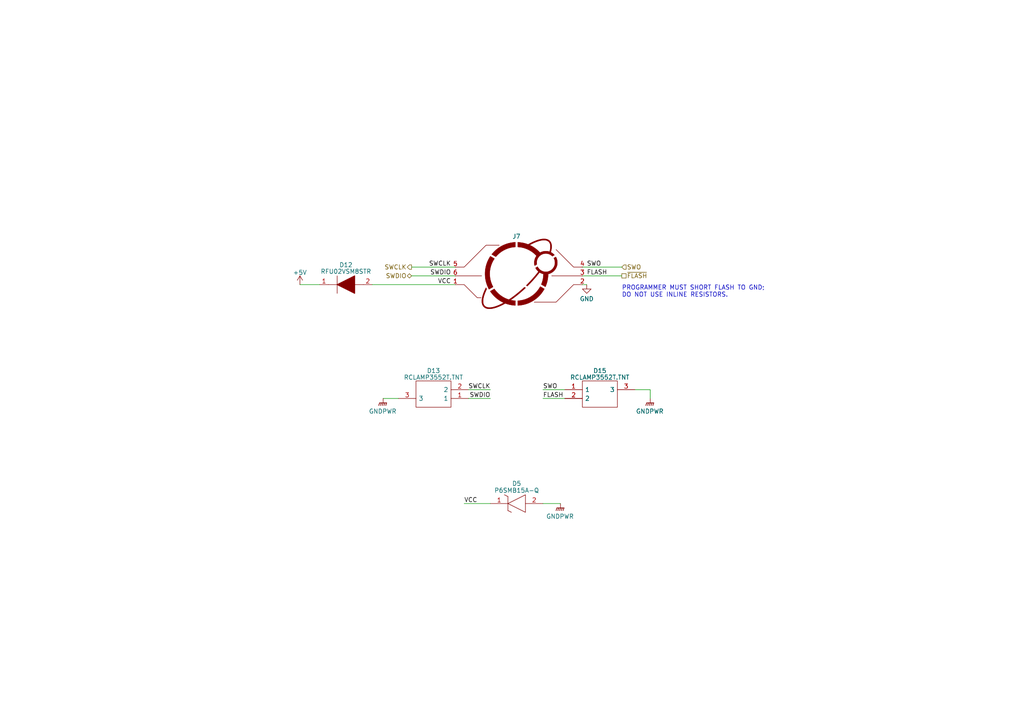
<source format=kicad_sch>
(kicad_sch (version 20230121) (generator eeschema)

  (uuid 59661832-508f-4d79-9567-6c2dc1683514)

  (paper "A4")

  (title_block
    (title "Oro Link")
    (date "2023-03-22")
    (rev "3")
    (company "Oro Operating System")
    (comment 1 "://oro.sh")
    (comment 2 "Joshua Lee Junon")
  )

  (lib_symbols
    (symbol "Oro:OroConn6p" (pin_names (offset 0.002) hide) (in_bom no) (on_board yes)
      (property "Reference" "J?" (at 0 10.16 0)
        (effects (font (size 1.27 1.27)))
      )
      (property "Value" "OroConn6p" (at 0 -14.3768 0)
        (effects (font (size 1.27 1.27)) hide)
      )
      (property "Footprint" "Oro Footprints:OroConn6p" (at 1.1951 -1.2856 0)
        (effects (font (size 1.27 1.27)) hide)
      )
      (property "Datasheet" "" (at 1.1951 -1.2856 0)
        (effects (font (size 1.27 1.27)) hide)
      )
      (property "Sim.Enable" "0" (at 0 0 0)
        (effects (font (size 1.27 1.27)) hide)
      )
      (property "ki_description" "Oro Logo Connector 6 position" (at 0 0 0)
        (effects (font (size 1.27 1.27)) hide)
      )
      (symbol "OroConn6p_0_0"
        (polyline
          (pts
            (xy -6.0375 4.2888)
            (xy -5.9995 4.3233)
            (xy -5.9438 4.3791)
            (xy -5.8751 4.4514)
            (xy -5.7983 4.5353)
            (xy -5.5925 4.7551)
            (xy -5.1969 5.1329)
            (xy -4.775 5.4821)
            (xy -4.3295 5.8012)
            (xy -3.8627 6.0886)
            (xy -3.3771 6.3429)
            (xy -2.8754 6.5626)
            (xy -2.3599 6.7462)
            (xy -1.8332 6.8922)
            (xy -1.6045 6.9429)
            (xy -1.3572 6.989)
            (xy -1.0966 7.0284)
            (xy -0.8138 7.0625)
            (xy -0.4999 7.0926)
            (xy -0.3649 7.1042)
            (xy -0.3649 7.7948)
            (xy -0.3649 8.4853)
            (xy -0.4899 8.4742)
            (xy -0.5743 8.4671)
            (xy -0.6769 8.4589)
            (xy -0.7749 8.4515)
            (xy -0.8362 8.4465)
            (xy -0.9429 8.4362)
            (xy -1.0612 8.4236)
            (xy -1.1749 8.4103)
            (xy -1.1856 8.409)
            (xy -1.772 8.3159)
            (xy -2.3509 8.1841)
            (xy -2.9202 8.0147)
            (xy -3.4775 7.8086)
            (xy -4.0205 7.5669)
            (xy -4.547 7.2905)
            (xy -5.0548 6.9804)
            (xy -5.5415 6.6378)
            (xy -6.0049 6.2635)
            (xy -6.0793 6.1979)
            (xy -6.2436 6.0461)
            (xy -6.4181 5.8767)
            (xy -6.5961 5.6967)
            (xy -6.7705 5.5134)
            (xy -6.9347 5.334)
            (xy -7.0816 5.1654)
            (xy -7.2043 5.0151)
            (xy -7.2468 4.9607)
            (xy -7.1409 4.9006)
            (xy -7.097 4.8755)
            (xy -7.0233 4.833)
            (xy -6.9265 4.7769)
            (xy -6.8124 4.7106)
            (xy -6.6866 4.6374)
            (xy -6.5549 4.5608)
            (xy -6.5422 4.5533)
            (xy -6.417 4.4809)
            (xy -6.303 4.4157)
            (xy -6.2048 4.3604)
            (xy -6.1271 4.3176)
            (xy -6.0746 4.2899)
            (xy -6.0519 4.2799)
            (xy -6.0375 4.2888)
          )
          (stroke (width 0.01) (type default))
          (fill (type outline))
        )
        (polyline
          (pts
            (xy 0.4505 -9.8509)
            (xy 0.5564 -9.8448)
            (xy 0.6862 -9.8346)
            (xy 0.831 -9.8213)
            (xy 0.9818 -9.8055)
            (xy 1.1295 -9.7882)
            (xy 1.2651 -9.7703)
            (xy 1.2781 -9.7685)
            (xy 1.8747 -9.6629)
            (xy 2.4585 -9.5195)
            (xy 3.0287 -9.3387)
            (xy 3.5846 -9.1207)
            (xy 4.1256 -8.866)
            (xy 4.6508 -8.5748)
            (xy 5.1596 -8.2474)
            (xy 5.6513 -7.8843)
            (xy 6.1251 -7.4857)
            (xy 6.3398 -7.2878)
            (xy 6.567 -7.0632)
            (xy 6.7822 -6.832)
            (xy 6.9946 -6.5841)
            (xy 7.2136 -6.3095)
            (xy 7.2794 -6.2229)
            (xy 7.3743 -6.0936)
            (xy 7.4713 -5.9569)
            (xy 7.568 -5.8166)
            (xy 7.6617 -5.6769)
            (xy 7.75 -5.5416)
            (xy 7.8302 -5.4148)
            (xy 7.8998 -5.3004)
            (xy 7.9563 -5.2026)
            (xy 7.997 -5.1252)
            (xy 8.0194 -5.0723)
            (xy 8.021 -5.0479)
            (xy 8.0208 -5.0476)
            (xy 7.999 -5.0339)
            (xy 7.948 -5.0034)
            (xy 7.8728 -4.9591)
            (xy 7.7782 -4.9038)
            (xy 7.6692 -4.8403)
            (xy 7.5506 -4.7714)
            (xy 7.4274 -4.7)
            (xy 7.3044 -4.6289)
            (xy 7.1865 -4.561)
            (xy 7.0787 -4.4991)
            (xy 6.9859 -4.446)
            (xy 6.9129 -4.4046)
            (xy 6.8646 -4.3776)
            (xy 6.846 -4.368)
            (xy 6.8382 -4.3782)
            (xy 6.8139 -4.4169)
            (xy 6.7777 -4.4776)
            (xy 6.7339 -4.5531)
            (xy 6.7186 -4.5796)
            (xy 6.4241 -5.0492)
            (xy 6.098 -5.4953)
            (xy 5.7421 -5.9162)
            (xy 5.3583 -6.3106)
            (xy 4.9481 -6.677)
            (xy 4.5135 -7.0139)
            (xy 4.0561 -7.3199)
            (xy 3.5777 -7.5935)
            (xy 3.0801 -7.8332)
            (xy 2.5651 -8.0376)
            (xy 2.3341 -8.1147)
            (xy 1.9785 -8.2166)
            (xy 1.6087 -8.3048)
            (xy 1.2362 -8.3768)
            (xy 0.8728 -8.4301)
            (xy 0.5301 -8.4623)
            (xy 0.3151 -8.476)
            (xy 0.3151 -9.1642)
            (xy 0.3151 -9.8523)
            (xy 0.394 -9.8523)
            (xy 0.4505 -9.8509)
          )
          (stroke (width 0.01) (type default))
          (fill (type outline))
        )
        (polyline
          (pts
            (xy -7.9952 -5.1338)
            (xy -7.9361 -5.1067)
            (xy -7.8502 -5.062)
            (xy -7.7353 -4.9983)
            (xy -7.5889 -4.9146)
            (xy -7.5138 -4.8712)
            (xy -7.3845 -4.7964)
            (xy -7.2613 -4.7252)
            (xy -7.1514 -4.6617)
            (xy -7.0619 -4.61)
            (xy -6.9999 -4.5742)
            (xy -6.9672 -4.5548)
            (xy -6.9045 -4.5149)
            (xy -6.8612 -4.4831)
            (xy -6.8449 -4.465)
            (xy -6.8496 -4.4503)
            (xy -6.8699 -4.4054)
            (xy -6.9025 -4.3398)
            (xy -6.9435 -4.2616)
            (xy -7.0274 -4.0978)
            (xy -7.175 -3.7742)
            (xy -7.3131 -3.426)
            (xy -7.4383 -3.063)
            (xy -7.5475 -2.6952)
            (xy -7.6372 -2.3323)
            (xy -7.7043 -1.9841)
            (xy -7.7454 -1.6953)
            (xy -7.7889 -1.2349)
            (xy -7.8075 -0.7696)
            (xy -7.8012 -0.3083)
            (xy -7.77 0.1399)
            (xy -7.7137 0.5659)
            (xy -7.7013 0.6381)
            (xy -7.5898 1.164)
            (xy -7.4433 1.6808)
            (xy -7.2635 2.1844)
            (xy -7.0519 2.6706)
            (xy -6.81 3.1355)
            (xy -6.5396 3.5749)
            (xy -6.5193 3.6057)
            (xy -6.4808 3.6662)
            (xy -6.4556 3.7092)
            (xy -6.4482 3.7271)
            (xy -6.4519 3.7293)
            (xy -6.4834 3.7478)
            (xy -6.5435 3.7828)
            (xy -6.628 3.8317)
            (xy -6.7326 3.8922)
            (xy -6.853 3.9617)
            (xy -6.9849 4.0377)
            (xy -7.0312 4.0644)
            (xy -7.1643 4.1411)
            (xy -7.2871 4.2121)
            (xy -7.3949 4.2745)
            (xy -7.4827 4.3255)
            (xy -7.5456 4.3622)
            (xy -7.5788 4.3819)
            (xy -7.6426 4.4207)
            (xy -7.7174 4.3047)
            (xy -7.9186 3.9782)
            (xy -8.2088 3.4458)
            (xy -8.4627 2.8976)
            (xy -8.6797 2.3351)
            (xy -8.8591 1.7596)
            (xy -9.0006 1.1728)
            (xy -9.1035 0.5759)
            (xy -9.1447 0.229)
            (xy -9.1837 -0.3636)
            (xy -9.1844 -0.9593)
            (xy -9.1472 -1.5549)
            (xy -9.0723 -2.1469)
            (xy -8.9601 -2.7319)
            (xy -8.8111 -3.3066)
            (xy -8.6256 -3.8676)
            (xy -8.5964 -3.9444)
            (xy -8.5452 -4.0723)
            (xy -8.4862 -4.2132)
            (xy -8.4221 -4.3616)
            (xy -8.3553 -4.5119)
            (xy -8.2884 -4.6585)
            (xy -8.2239 -4.7959)
            (xy -8.1645 -4.9185)
            (xy -8.1126 -5.0208)
            (xy -8.0708 -5.0971)
            (xy -8.0416 -5.142)
            (xy -8.0299 -5.1444)
            (xy -7.9952 -5.1338)
          )
          (stroke (width 0.01) (type default))
          (fill (type outline))
        )
        (polyline
          (pts
            (xy 8.3352 -4.4479)
            (xy 8.3464 -4.4291)
            (xy 8.3691 -4.3794)
            (xy 8.4006 -4.3053)
            (xy 8.4385 -4.2133)
            (xy 8.48 -4.1096)
            (xy 8.5228 -4.0008)
            (xy 8.5641 -3.8932)
            (xy 8.6015 -3.7933)
            (xy 8.6323 -3.7075)
            (xy 8.6433 -3.6757)
            (xy 8.8068 -3.1437)
            (xy 8.9396 -2.5924)
            (xy 9.0405 -2.0293)
            (xy 9.1081 -1.4621)
            (xy 9.1408 -0.8982)
            (xy 9.1451 -0.7411)
            (xy 9.3751 -0.6749)
            (xy 9.6699 -0.5765)
            (xy 9.989 -0.4343)
            (xy 10.2871 -0.2599)
            (xy 10.5679 -0.0511)
            (xy 10.8351 0.1944)
            (xy 10.9459 0.311)
            (xy 11.1353 0.5386)
            (xy 11.2986 0.7784)
            (xy 11.4446 1.0429)
            (xy 11.4931 1.1431)
            (xy 11.6116 1.4265)
            (xy 11.6992 1.7073)
            (xy 11.7593 1.9978)
            (xy 11.7952 2.3098)
            (xy 11.8019 2.4552)
            (xy 11.8018 2.6285)
            (xy 11.7949 2.8066)
            (xy 11.7817 2.9747)
            (xy 11.7629 3.1179)
            (xy 11.7404 3.229)
            (xy 11.7069 3.3661)
            (xy 11.6671 3.5102)
            (xy 11.6254 3.6462)
            (xy 11.586 3.7588)
            (xy 11.5729 3.792)
            (xy 11.5302 3.8944)
            (xy 11.4857 3.9933)
            (xy 11.4428 4.0819)
            (xy 11.4047 4.1534)
            (xy 11.3749 4.2013)
            (xy 11.3566 4.2188)
            (xy 11.3538 4.218)
            (xy 11.3237 4.2038)
            (xy 11.2683 4.1747)
            (xy 11.1949 4.1346)
            (xy 11.1106 4.0877)
            (xy 11.0228 4.038)
            (xy 10.9386 3.9898)
            (xy 10.8654 3.947)
            (xy 10.8104 3.9137)
            (xy 10.7808 3.894)
            (xy 10.7742 3.8842)
            (xy 10.776 3.8542)
            (xy 10.795 3.8019)
            (xy 10.8331 3.7215)
            (xy 10.9452 3.4658)
            (xy 11.0324 3.1816)
            (xy 11.0837 2.8876)
            (xy 11.1003 2.5775)
            (xy 11.098 2.4178)
            (xy 11.0889 2.2631)
            (xy 11.0713 2.1226)
            (xy 11.0434 1.9826)
            (xy 11.0035 1.8298)
            (xy 11.0026 1.8267)
            (xy 10.8984 1.5322)
            (xy 10.7595 1.2521)
            (xy 10.589 0.9898)
            (xy 10.3899 0.7486)
            (xy 10.1654 0.5319)
            (xy 9.9185 0.3431)
            (xy 9.6523 0.1853)
            (xy 9.3699 0.0621)
            (xy 9.1329 -0.0123)
            (xy 8.8144 -0.0769)
            (xy 8.4955 -0.1022)
            (xy 8.1785 -0.0886)
            (xy 7.8658 -0.0362)
            (xy 7.5598 0.0546)
            (xy 7.2627 0.1835)
            (xy 6.977 0.3503)
            (xy 6.8644 0.4307)
            (xy 6.659 0.6053)
            (xy 6.4652 0.805)
            (xy 6.2921 1.0202)
            (xy 6.1486 1.2414)
            (xy 6.0611 1.3949)
            (xy 5.7631 1.2229)
            (xy 5.6834 1.1769)
            (xy 5.5953 1.1258)
            (xy 5.5247 1.0846)
            (xy 5.4771 1.0567)
            (xy 5.4585 1.0454)
            (xy 5.459 1.0378)
            (xy 5.475 1.002)
            (xy 5.507 0.9436)
            (xy 5.5507 0.8693)
            (xy 5.602 0.7859)
            (xy 5.657 0.7)
            (xy 5.7114 0.6185)
            (xy 5.7611 0.548)
            (xy 5.7716 0.534)
            (xy 5.8362 0.454)
            (xy 5.9184 0.3594)
            (xy 6.0087 0.2608)
            (xy 6.0976 0.169)
            (xy 6.315 -0.0478)
            (xy 6.1014 -0.3214)
            (xy 5.7039 -0.821)
            (xy 5.1328 -1.5074)
            (xy 4.5343 -2.1913)
            (xy 3.9046 -2.8771)
            (xy 3.2401 -3.569)
            (xy 3.1631 -3.6475)
            (xy 3.0582 -3.7552)
            (xy 2.965 -3.8514)
            (xy 2.8868 -3.9327)
            (xy 2.8269 -3.9957)
            (xy 2.7886 -4.0371)
            (xy 2.7751 -4.0534)
            (xy 2.7802 -4.059)
            (xy 2.8123 -4.082)
            (xy 2.8673 -4.117)
            (xy 2.9376 -4.1594)
            (xy 3.1002 -4.2548)
            (xy 3.5834 -3.7659)
            (xy 4.0518 -3.2836)
            (xy 4.6607 -2.6297)
            (xy 5.2498 -1.9665)
            (xy 5.8129 -1.301)
            (xy 6.3439 -0.6401)
            (xy 6.3852 -0.5874)
            (xy 6.4621 -0.4904)
            (xy 6.5292 -0.4071)
            (xy 6.5829 -0.3421)
            (xy 6.6194 -0.2999)
            (xy 6.6351 -0.2848)
            (xy 6.646 -0.2887)
            (xy 6.6863 -0.3085)
            (xy 6.7479 -0.3412)
            (xy 6.8228 -0.3825)
            (xy 6.8497 -0.3973)
            (xy 7.0244 -0.4843)
            (xy 7.2166 -0.5666)
            (xy 7.4098 -0.6377)
            (xy 7.5878 -0.691)
            (xy 7.7606 -0.7351)
            (xy 7.7486 -1.0554)
            (xy 7.7159 -1.5168)
            (xy 7.645 -2.0278)
            (xy 7.5387 -2.5377)
            (xy 7.3987 -3.0395)
            (xy 7.2264 -3.5262)
            (xy 7.2239 -3.5326)
            (xy 7.1902 -3.6198)
            (xy 7.1635 -3.6918)
            (xy 7.1465 -3.7412)
            (xy 7.1417 -3.7609)
            (xy 7.1527 -3.7676)
            (xy 7.1946 -3.7924)
            (xy 7.264 -3.833)
            (xy 7.3568 -3.8872)
            (xy 7.4692 -3.9525)
            (xy 7.597 -4.0266)
            (xy 7.7362 -4.1072)
            (xy 7.8438 -4.1694)
            (xy 7.975 -4.2449)
            (xy 8.0918 -4.3118)
            (xy 8.1903 -4.3679)
            (xy 8.2664 -4.4108)
            (xy 8.316 -4.4383)
            (xy 8.3351 -4.448)
            (xy 8.3352 -4.4479)
          )
          (stroke (width 0.01) (type default))
          (fill (type outline))
        )
        (polyline
          (pts
            (xy -7.7299 -10.8281)
            (xy -7.5573 -10.8204)
            (xy -7.3976 -10.8085)
            (xy -7.2615 -10.7927)
            (xy -6.9697 -10.7426)
            (xy -6.5325 -10.6428)
            (xy -6.0755 -10.5108)
            (xy -5.6002 -10.3471)
            (xy -5.1081 -10.1522)
            (xy -4.6007 -9.9268)
            (xy -4.0795 -9.6715)
            (xy -3.5459 -9.3866)
            (xy -3.3168 -9.2595)
            (xy -2.9759 -9.3748)
            (xy -2.5409 -9.5103)
            (xy -1.9621 -9.6553)
            (xy -1.3748 -9.7621)
            (xy -0.7749 -9.8317)
            (xy -0.685 -9.8388)
            (xy -0.5864 -9.8456)
            (xy -0.5041 -9.8503)
            (xy -0.4499 -9.8521)
            (xy -0.3649 -9.8523)
            (xy -0.3649 -9.1647)
            (xy -0.3649 -8.4771)
            (xy -0.577 -8.4634)
            (xy -0.6648 -8.4567)
            (xy -0.7971 -8.4438)
            (xy -0.9406 -8.4273)
            (xy -1.0889 -8.4081)
            (xy -1.2356 -8.3873)
            (xy -1.3744 -8.3657)
            (xy -1.4989 -8.3443)
            (xy -1.6027 -8.3242)
            (xy -1.6794 -8.3061)
            (xy -1.7227 -8.2912)
            (xy -1.7261 -8.2888)
            (xy -1.7234 -8.2704)
            (xy -1.6897 -8.2383)
            (xy -1.6227 -8.1901)
            (xy -1.3264 -7.9857)
            (xy -0.931 -7.7017)
            (xy -0.519 -7.3938)
            (xy -0.0951 -7.0661)
            (xy 0.3357 -6.7226)
            (xy 0.7686 -6.3671)
            (xy 1.1987 -6.0037)
            (xy 1.6211 -5.6363)
            (xy 2.0309 -5.2688)
            (xy 2.4232 -4.9054)
            (xy 2.6014 -4.7374)
            (xy 2.4387 -4.6427)
            (xy 2.399 -4.62)
            (xy 2.3322 -4.5831)
            (xy 2.2826 -4.5576)
            (xy 2.2589 -4.5481)
            (xy 2.2559 -4.5494)
            (xy 2.2286 -4.5701)
            (xy 2.1781 -4.6128)
            (xy 2.1089 -4.6736)
            (xy 2.0256 -4.7484)
            (xy 1.9328 -4.8334)
            (xy 1.566 -5.1674)
            (xy 1.0386 -5.6323)
            (xy 0.5053 -6.0852)
            (xy -0.0293 -6.5223)
            (xy -0.5607 -6.94)
            (xy -1.0843 -7.3348)
            (xy -1.5956 -7.703)
            (xy -2.0901 -8.0409)
            (xy -2.2652 -8.1571)
            (xy -2.5164 -8.0728)
            (xy -2.6834 -8.0144)
            (xy -3.1825 -7.8125)
            (xy -3.6704 -7.5735)
            (xy -4.144 -7.2994)
            (xy -4.5999 -6.9918)
            (xy -5.0349 -6.6528)
            (xy -5.0368 -6.6512)
            (xy -5.1459 -6.5557)
            (xy -5.2734 -6.4372)
            (xy -5.4124 -6.3027)
            (xy -5.556 -6.1592)
            (xy -5.6973 -6.014)
            (xy -5.8292 -5.8738)
            (xy -5.9449 -5.7459)
            (xy -6.0373 -5.6372)
            (xy -6.1166 -5.5378)
            (xy -6.2151 -5.4102)
            (xy -6.3136 -5.2793)
            (xy -6.4034 -5.1563)
            (xy -6.476 -5.0527)
            (xy -6.4762 -5.0526)
            (xy -6.4961 -5.0622)
            (xy -6.5453 -5.089)
            (xy -6.619 -5.1301)
            (xy -6.7123 -5.1829)
            (xy -6.8203 -5.2443)
            (xy -6.9381 -5.3118)
            (xy -7.061 -5.3824)
            (xy -7.184 -5.4534)
            (xy -7.3024 -5.522)
            (xy -7.4111 -5.5854)
            (xy -7.5054 -5.6407)
            (xy -7.5805 -5.6853)
            (xy -7.6314 -5.7162)
            (xy -7.6532 -5.7307)
            (xy -7.6563 -5.7404)
            (xy -7.6455 -5.7743)
            (xy -7.6138 -5.8317)
            (xy -7.5601 -5.9144)
            (xy -7.4832 -6.0243)
            (xy -7.3821 -6.1633)
            (xy -7.2076 -6.3904)
            (xy -6.9067 -6.7468)
            (xy -6.5785 -7.0977)
            (xy -6.2306 -7.4358)
            (xy -5.8702 -7.7535)
            (xy -5.5049 -8.0434)
            (xy -5.3763 -8.1376)
            (xy -5.0964 -8.33)
            (xy -4.8013 -8.5178)
            (xy -4.5016 -8.6948)
            (xy -4.2076 -8.8546)
            (xy -3.9299 -8.9909)
            (xy -3.9106 -8.9999)
            (xy -3.8466 -9.0317)
            (xy -3.8018 -9.0572)
            (xy -3.7849 -9.0713)
            (xy -3.7905 -9.0767)
            (xy -3.8257 -9.0986)
            (xy -3.8896 -9.1341)
            (xy -3.9774 -9.1809)
            (xy -4.0842 -9.2366)
            (xy -4.2053 -9.2987)
            (xy -4.3361 -9.3649)
            (xy -4.4716 -9.4327)
            (xy -4.6072 -9.4998)
            (xy -4.7381 -9.5638)
            (xy -4.8595 -9.6222)
            (xy -4.9667 -9.6726)
            (xy -5.0549 -9.7127)
            (xy -5.1942 -9.7734)
            (xy -5.6632 -9.9638)
            (xy -6.111 -10.1232)
            (xy -6.54 -10.2522)
            (xy -6.9524 -10.3515)
            (xy -7.3506 -10.4219)
            (xy -7.4342 -10.432)
            (xy -7.5889 -10.444)
            (xy -7.7581 -10.4507)
            (xy -7.9312 -10.4519)
            (xy -8.0971 -10.4476)
            (xy -8.2452 -10.438)
            (xy -8.3644 -10.4229)
            (xy -8.4093 -10.4146)
            (xy -8.6704 -10.347)
            (xy -8.9027 -10.2519)
            (xy -9.1064 -10.1287)
            (xy -9.282 -9.9772)
            (xy -9.4297 -9.7971)
            (xy -9.5498 -9.588)
            (xy -9.6428 -9.3497)
            (xy -9.7088 -9.0817)
            (xy -9.7197 -8.9981)
            (xy -9.7276 -8.8815)
            (xy -9.7324 -8.7434)
            (xy -9.7338 -8.5933)
            (xy -9.732 -8.4406)
            (xy -9.727 -8.2947)
            (xy -9.7188 -8.165)
            (xy -9.7073 -8.0609)
            (xy -9.675 -7.8647)
            (xy -9.5822 -7.4346)
            (xy -9.4568 -6.9852)
            (xy -9.2994 -6.5182)
            (xy -9.1105 -6.0355)
            (xy -8.8907 -5.5389)
            (xy -8.8505 -5.4527)
            (xy -8.8036 -5.3514)
            (xy -8.7639 -5.2649)
            (xy -8.7347 -5.2005)
            (xy -8.7192 -5.1651)
            (xy -8.7123 -5.1425)
            (xy -8.7116 -5.1101)
            (xy -8.7219 -5.0659)
            (xy -8.7452 -5.0018)
            (xy -8.7834 -4.9097)
            (xy -8.8134 -4.8414)
            (xy -8.8469 -4.7695)
            (xy -8.873 -4.7185)
            (xy -8.8879 -4.6964)
            (xy -8.8907 -4.697)
            (xy -8.9094 -4.7213)
            (xy -8.9414 -4.776)
            (xy -8.9846 -4.8564)
            (xy -9.0365 -4.9579)
            (xy -9.095 -5.0758)
            (xy -9.1578 -5.2055)
            (xy -9.2225 -5.3424)
            (xy -9.2869 -5.4817)
            (xy -9.3487 -5.6188)
            (xy -9.4055 -5.7491)
            (xy -9.4351 -5.8186)
            (xy -9.6255 -6.297)
            (xy -9.7852 -6.7558)
            (xy -9.9141 -7.1943)
            (xy -10.0121 -7.612)
            (xy -10.0791 -8.0081)
            (xy -10.1149 -8.3821)
            (xy -10.1195 -8.7334)
            (xy -10.0928 -9.0613)
            (xy -10.0346 -9.3653)
            (xy -9.9844 -9.535)
            (xy -9.8776 -9.7904)
            (xy -9.7405 -10.0204)
            (xy -9.5742 -10.2241)
            (xy -9.3798 -10.4005)
            (xy -9.1586 -10.5485)
            (xy -8.9116 -10.6673)
            (xy -8.64 -10.7558)
            (xy -8.3449 -10.813)
            (xy -8.3416 -10.8135)
            (xy -8.2215 -10.8243)
            (xy -8.0725 -10.8303)
            (xy -7.9052 -10.8315)
            (xy -7.7299 -10.8281)
          )
          (stroke (width 0.01) (type default))
          (fill (type outline))
        )
        (polyline
          (pts
            (xy 5.2603 1.7012)
            (xy 5.2689 1.7065)
            (xy 5.3128 1.7328)
            (xy 5.3812 1.7728)
            (xy 5.4664 1.8223)
            (xy 5.5609 1.8767)
            (xy 5.6013 1.9)
            (xy 5.6876 1.9508)
            (xy 5.7582 1.9937)
            (xy 5.8068 2.0248)
            (xy 5.827 2.0402)
            (xy 5.8271 2.0404)
            (xy 5.829 2.0666)
            (xy 5.8269 2.124)
            (xy 5.8212 2.2042)
            (xy 5.8124 2.2991)
            (xy 5.8042 2.4038)
            (xy 5.8043 2.6813)
            (xy 5.8336 2.9634)
            (xy 5.8904 3.2381)
            (xy 5.973 3.493)
            (xy 6.0851 3.7415)
            (xy 6.2475 4.0182)
            (xy 6.4378 4.2702)
            (xy 6.6535 4.496)
            (xy 6.8918 4.6937)
            (xy 7.1502 4.8618)
            (xy 7.426 4.9985)
            (xy 7.7165 5.1022)
            (xy 8.0191 5.1711)
            (xy 8.331 5.2035)
            (xy 8.6498 5.1978)
            (xy 8.6514 5.1977)
            (xy 8.9459 5.1598)
            (xy 9.2236 5.0928)
            (xy 9.4893 4.9948)
            (xy 9.7477 4.8637)
            (xy 10.0036 4.6973)
            (xy 10.2619 4.4936)
            (xy 10.3502 4.4181)
            (xy 10.6476 4.5907)
            (xy 10.7265 4.6366)
            (xy 10.8151 4.6886)
            (xy 10.8867 4.731)
            (xy 10.9353 4.7604)
            (xy 10.9551 4.7732)
            (xy 10.9538 4.7777)
            (xy 10.9322 4.805)
            (xy 10.8883 4.8524)
            (xy 10.8271 4.9147)
            (xy 10.7534 4.9869)
            (xy 10.5968 5.1286)
            (xy 10.3243 5.3374)
            (xy 10.0396 5.5109)
            (xy 10.0204 5.5215)
            (xy 9.9568 5.5603)
            (xy 9.9154 5.5923)
            (xy 9.9033 5.6124)
            (xy 9.905 5.6178)
            (xy 9.9158 5.6566)
            (xy 9.9336 5.7239)
            (xy 9.9562 5.812)
            (xy 9.9818 5.9132)
            (xy 9.9839 5.9214)
            (xy 10.0437 6.1831)
            (xy 10.0929 6.4433)
            (xy 10.1296 6.6903)
            (xy 10.1516 6.9125)
            (xy 10.1556 6.9903)
            (xy 10.1581 7.1394)
            (xy 10.1557 7.3009)
            (xy 10.1487 7.4644)
            (xy 10.1378 7.6193)
            (xy 10.1234 7.7552)
            (xy 10.106 7.8616)
            (xy 10.089 7.9369)
            (xy 10.0034 8.2175)
            (xy 9.8891 8.4704)
            (xy 9.7464 8.6955)
            (xy 9.5754 8.8924)
            (xy 9.3764 9.0609)
            (xy 9.1495 9.2008)
            (xy 8.8951 9.3117)
            (xy 8.813 9.3402)
            (xy 8.6858 9.3789)
            (xy 8.5627 9.4077)
            (xy 8.4348 9.4281)
            (xy 8.2934 9.4412)
            (xy 8.1298 9.4483)
            (xy 7.9351 9.4507)
            (xy 7.8153 9.4504)
            (xy 7.6425 9.4468)
            (xy 7.4888 9.4384)
            (xy 7.3427 9.4238)
            (xy 7.1927 9.4019)
            (xy 7.0273 9.3713)
            (xy 6.8351 9.3308)
            (xy 6.5321 9.2575)
            (xy 6.0927 9.1285)
            (xy 5.6335 8.9686)
            (xy 5.1565 8.7788)
            (xy 4.6639 8.5598)
            (xy 4.1578 8.3126)
            (xy 3.6405 8.0379)
            (xy 3.3159 7.8589)
            (xy 3.0953 7.9399)
            (xy 2.7397 8.0614)
            (xy 2.3238 8.1814)
            (xy 1.8949 8.2813)
            (xy 1.4469 8.3622)
            (xy 0.974 8.4255)
            (xy 0.4701 8.4722)
            (xy 0.3151 8.4838)
            (xy 0.3151 7.794)
            (xy 0.3151 7.6635)
            (xy 3.7678 7.6635)
            (xy 3.8359 7.7049)
            (xy 3.8446 7.7101)
            (xy 3.9121 7.7482)
            (xy 4.0081 7.7996)
            (xy 4.126 7.8611)
            (xy 4.2596 7.9296)
            (xy 4.4022 8.0016)
            (xy 4.5474 8.074)
            (xy 4.6888 8.1436)
            (xy 4.8198 8.2071)
            (xy 4.9341 8.2611)
            (xy 5.0251 8.3026)
            (xy 5.3168 8.4281)
            (xy 5.73 8.5935)
            (xy 6.1189 8.7332)
            (xy 6.4865 8.848)
            (xy 6.8358 8.9388)
            (xy 7.17 9.0064)
            (xy 7.4921 9.0517)
            (xy 7.8051 9.0755)
            (xy 7.9894 9.0786)
            (xy 8.2881 9.0605)
            (xy 8.5606 9.0125)
            (xy 8.8067 8.9348)
            (xy 9.0262 8.8276)
            (xy 9.2188 8.6908)
            (xy 9.3845 8.5248)
            (xy 9.5231 8.3295)
            (xy 9.6343 8.105)
            (xy 9.718 7.8516)
            (xy 9.7242 7.8278)
            (xy 9.7381 7.7683)
            (xy 9.7485 7.711)
            (xy 9.7558 7.6489)
            (xy 9.7606 7.5748)
            (xy 9.7633 7.4819)
            (xy 9.7646 7.363)
            (xy 9.7648 7.2111)
            (xy 9.7645 7.1133)
            (xy 9.7625 6.9581)
            (xy 9.7583 6.8315)
            (xy 9.7515 6.7263)
            (xy 9.7417 6.6352)
            (xy 9.7285 6.5506)
            (xy 9.7158 6.4837)
            (xy 9.6935 6.3749)
            (xy 9.6678 6.2575)
            (xy 9.6404 6.1382)
            (xy 9.6129 6.0238)
            (xy 9.587 5.9212)
            (xy 9.5643 5.8373)
            (xy 9.5465 5.7789)
            (xy 9.5353 5.7528)
            (xy 9.5234 5.7487)
            (xy 9.4808 5.7522)
            (xy 9.4218 5.7676)
            (xy 9.3692 5.7838)
            (xy 9.2166 5.8218)
            (xy 9.0432 5.8549)
            (xy 8.8625 5.8806)
            (xy 8.6883 5.8965)
            (xy 8.3888 5.9036)
            (xy 8.0247 5.8792)
            (xy 7.6726 5.8171)
            (xy 7.3308 5.7171)
            (xy 6.9975 5.5789)
            (xy 6.9207 5.5426)
            (xy 6.8497 5.5101)
            (xy 6.7994 5.488)
            (xy 6.7775 5.48)
            (xy 6.7764 5.4804)
            (xy 6.7549 5.4984)
            (xy 6.7106 5.5399)
            (xy 6.6478 5.6007)
            (xy 6.5712 5.6765)
            (xy 6.4851 5.7628)
            (xy 6.4779 5.7701)
            (xy 6.2501 5.9935)
            (xy 6.0318 6.1946)
            (xy 5.8107 6.384)
            (xy 5.5747 6.5724)
            (xy 5.4185 6.6904)
            (xy 5.1295 6.8952)
            (xy 4.8303 7.0915)
            (xy 4.5298 7.2737)
            (xy 4.2371 7.4363)
            (xy 3.9611 7.5737)
            (xy 3.7678 7.6635)
            (xy 0.3151 7.6635)
            (xy 0.3151 7.1042)
            (xy 0.4501 7.0922)
            (xy 0.6661 7.0717)
            (xy 0.9644 7.038)
            (xy 1.2364 6.9997)
            (xy 1.4903 6.9553)
            (xy 1.7343 6.9033)
            (xy 1.9764 6.8423)
            (xy 2.2251 6.7707)
            (xy 2.4045 6.7137)
            (xy 2.9212 6.5218)
            (xy 3.4245 6.2931)
            (xy 3.9116 6.029)
            (xy 4.3794 5.7312)
            (xy 4.8251 5.4012)
            (xy 4.9132 5.3293)
            (xy 5.0408 5.2206)
            (xy 5.1739 5.1029)
            (xy 5.305 4.9831)
            (xy 5.4268 4.8679)
            (xy 5.5319 4.7641)
            (xy 5.613 4.6783)
            (xy 5.7384 4.5382)
            (xy 5.6341 4.3755)
            (xy 5.6012 4.3221)
            (xy 5.5283 4.193)
            (xy 5.4532 4.0476)
            (xy 5.3819 3.8984)
            (xy 5.3205 3.7578)
            (xy 5.2751 3.6383)
            (xy 5.2019 3.3819)
            (xy 5.1467 3.1025)
            (xy 5.112 2.8161)
            (xy 5.0995 2.5352)
            (xy 5.1106 2.2728)
            (xy 5.1161 2.2187)
            (xy 5.1315 2.0917)
            (xy 5.1497 1.9669)
            (xy 5.1691 1.8537)
            (xy 5.1883 1.7614)
            (xy 5.2056 1.6996)
            (xy 5.2094 1.691)
            (xy 5.2258 1.6834)
            (xy 5.2603 1.7012)
          )
          (stroke (width 0.01) (type default))
          (fill (type outline))
        )
        (pin unspecified line (at -17.78 -3.81 0) (length 0)
          (name "1" (effects (font (size 0 0))))
          (number "1" (effects (font (size 1.27 1.27))))
        )
        (pin unspecified line (at 19.05 -3.81 0) (length 0)
          (name "2" (effects (font (size 0 0))))
          (number "2" (effects (font (size 1.27 1.27))))
        )
        (pin unspecified line (at 19.05 -1.27 0) (length 0)
          (name "3" (effects (font (size 0 0))))
          (number "3" (effects (font (size 1.27 1.27))))
        )
        (pin unspecified line (at 19.05 1.27 0) (length 0)
          (name "4" (effects (font (size 0 0))))
          (number "4" (effects (font (size 1.27 1.27))))
        )
        (pin unspecified line (at -17.78 1.27 0) (length 0)
          (name "5" (effects (font (size 0 0))))
          (number "5" (effects (font (size 1.27 1.27))))
        )
        (pin unspecified line (at -17.78 -1.27 0) (length 0)
          (name "6" (effects (font (size 0 0))))
          (number "6" (effects (font (size 1.27 1.27))))
        )
      )
      (symbol "OroConn6p_0_1"
        (polyline
          (pts
            (xy -17.78 -1.27)
            (xy -10.16 -1.27)
          )
          (stroke (width 0) (type default))
          (fill (type none))
        )
        (polyline
          (pts
            (xy -11.43 -7.62)
            (xy -10.3125 -7.6199)
          )
          (stroke (width 0) (type default))
          (fill (type none))
        )
        (polyline
          (pts
            (xy 19.05 -1.27)
            (xy 10.16 -1.27)
          )
          (stroke (width 0) (type default))
          (fill (type none))
        )
        (polyline
          (pts
            (xy -17.78 -3.81)
            (xy -15.24 -3.81)
            (xy -11.43 -7.62)
          )
          (stroke (width 0) (type default))
          (fill (type none))
        )
        (polyline
          (pts
            (xy 19.05 1.27)
            (xy 16.51 1.27)
            (xy 11.43 6.35)
          )
          (stroke (width 0) (type default))
          (fill (type none))
        )
        (polyline
          (pts
            (xy -5.08 7.62)
            (xy -8.89 7.62)
            (xy -15.24 1.27)
            (xy -17.78 1.27)
          )
          (stroke (width 0) (type default))
          (fill (type none))
        )
        (polyline
          (pts
            (xy 19.05 -3.81)
            (xy 16.51 -3.81)
            (xy 11.43 -8.89)
            (xy 5.08 -8.89)
          )
          (stroke (width 0) (type default))
          (fill (type none))
        )
      )
    )
    (symbol "SamacSys_Parts:P6SMB15A-Q" (pin_names (offset 0.762)) (in_bom yes) (on_board yes)
      (property "Reference" "D" (at 10.16 8.89 0)
        (effects (font (size 1.27 1.27)) (justify left bottom))
      )
      (property "Value" "P6SMB15A-Q" (at 10.16 6.35 0)
        (effects (font (size 1.27 1.27)) (justify left bottom))
      )
      (property "Footprint" "DIOM5436X244N" (at 10.16 3.81 0)
        (effects (font (size 1.27 1.27)) (justify left bottom) hide)
      )
      (property "Datasheet" "https://www.bourns.com/docs/product-datasheets/p6smb-q.pdf?sfvrsn=a8c47bf6_18" (at 10.16 1.27 0)
        (effects (font (size 1.27 1.27)) (justify left bottom) hide)
      )
      (property "Description" "P6SMB-Q Transient Voltage Suppressor Diode Series, Uni-Directional" (at 10.16 -1.27 0)
        (effects (font (size 1.27 1.27)) (justify left bottom) hide)
      )
      (property "Height" "2.44" (at 10.16 -3.81 0)
        (effects (font (size 1.27 1.27)) (justify left bottom) hide)
      )
      (property "Manufacturer_Name" "Bourns" (at 10.16 -6.35 0)
        (effects (font (size 1.27 1.27)) (justify left bottom) hide)
      )
      (property "Manufacturer_Part_Number" "P6SMB15A-Q" (at 10.16 -8.89 0)
        (effects (font (size 1.27 1.27)) (justify left bottom) hide)
      )
      (property "Mouser Part Number" "652-P6SMB15A-Q" (at 10.16 -11.43 0)
        (effects (font (size 1.27 1.27)) (justify left bottom) hide)
      )
      (property "Mouser Price/Stock" "https://www.mouser.co.uk/ProductDetail/Bourns/P6SMB15A-Q?qs=%252B6g0mu59x7Isw1XY7aXXJQ%3D%3D" (at 10.16 -13.97 0)
        (effects (font (size 1.27 1.27)) (justify left bottom) hide)
      )
      (property "Arrow Part Number" "" (at 10.16 -16.51 0)
        (effects (font (size 1.27 1.27)) (justify left bottom) hide)
      )
      (property "Arrow Price/Stock" "" (at 10.16 -19.05 0)
        (effects (font (size 1.27 1.27)) (justify left bottom) hide)
      )
      (property "ki_description" "P6SMB-Q Transient Voltage Suppressor Diode Series, Uni-Directional" (at 0 0 0)
        (effects (font (size 1.27 1.27)) hide)
      )
      (symbol "P6SMB15A-Q_0_0"
        (pin passive line (at 0 0 0) (length 5.08)
          (name "~" (effects (font (size 1.27 1.27))))
          (number "1" (effects (font (size 1.27 1.27))))
        )
        (pin passive line (at 15.24 0 180) (length 5.08)
          (name "~" (effects (font (size 1.27 1.27))))
          (number "2" (effects (font (size 1.27 1.27))))
        )
      )
      (symbol "P6SMB15A-Q_0_1"
        (polyline
          (pts
            (xy 4.064 2.54)
            (xy 5.08 2.032)
          )
          (stroke (width 0.1524) (type solid))
          (fill (type none))
        )
        (polyline
          (pts
            (xy 5.08 -2.032)
            (xy 5.08 2.032)
          )
          (stroke (width 0.1524) (type solid))
          (fill (type none))
        )
        (polyline
          (pts
            (xy 5.08 -2.032)
            (xy 6.096 -2.54)
          )
          (stroke (width 0.1524) (type solid))
          (fill (type none))
        )
        (polyline
          (pts
            (xy 5.08 0)
            (xy 10.16 2.54)
            (xy 10.16 -2.54)
            (xy 5.08 0)
          )
          (stroke (width 0.1524) (type solid))
          (fill (type none))
        )
      )
    )
    (symbol "SamacSys_Parts:RCLAMP3552T.TNT" (pin_names (offset 0.762)) (in_bom yes) (on_board yes)
      (property "Reference" "D" (at 16.51 7.62 0)
        (effects (font (size 1.27 1.27)) (justify left))
      )
      (property "Value" "RCLAMP3552T.TNT" (at 16.51 5.08 0)
        (effects (font (size 1.27 1.27)) (justify left))
      )
      (property "Footprint" "RCLAMP3552TTNT" (at 16.51 2.54 0)
        (effects (font (size 1.27 1.27)) (justify left) hide)
      )
      (property "Datasheet" "https://datasheet.lcsc.com/szlcsc/2004212008_SEMTECH-RCLAMP3552T-TNT_C512374.pdf" (at 16.51 0 0)
        (effects (font (size 1.27 1.27)) (justify left) hide)
      )
      (property "Description" "ESD Suppressors / TVS Diodes 3.5V, 0.4PF, 2 LINE ESD" (at 16.51 -2.54 0)
        (effects (font (size 1.27 1.27)) (justify left) hide)
      )
      (property "Height" "0.43" (at 16.51 -5.08 0)
        (effects (font (size 1.27 1.27)) (justify left) hide)
      )
      (property "Manufacturer_Name" "SEMTECH" (at 16.51 -7.62 0)
        (effects (font (size 1.27 1.27)) (justify left) hide)
      )
      (property "Manufacturer_Part_Number" "RCLAMP3552T.TNT" (at 16.51 -10.16 0)
        (effects (font (size 1.27 1.27)) (justify left) hide)
      )
      (property "Mouser Part Number" "947-RCLAMP3552T.TNT" (at 16.51 -12.7 0)
        (effects (font (size 1.27 1.27)) (justify left) hide)
      )
      (property "Mouser Price/Stock" "https://www.mouser.co.uk/ProductDetail/Semtech/RCLAMP3552T.TNT?qs=rBWM4%252BvDhIe%2F%252Bbljv6W6EA%3D%3D" (at 16.51 -15.24 0)
        (effects (font (size 1.27 1.27)) (justify left) hide)
      )
      (property "Arrow Part Number" "RCLAMP3552T.TNT" (at 16.51 -17.78 0)
        (effects (font (size 1.27 1.27)) (justify left) hide)
      )
      (property "Arrow Price/Stock" "https://www.arrow.com/en/products/rclamp3552t.tnt/semtech?region=nac" (at 16.51 -20.32 0)
        (effects (font (size 1.27 1.27)) (justify left) hide)
      )
      (property "ki_description" "ESD Suppressors / TVS Diodes 3.5V, 0.4PF, 2 LINE ESD" (at 0 0 0)
        (effects (font (size 1.27 1.27)) hide)
      )
      (symbol "RCLAMP3552T.TNT_0_0"
        (pin passive line (at 0 0 0) (length 5.08)
          (name "1" (effects (font (size 1.27 1.27))))
          (number "1" (effects (font (size 1.27 1.27))))
        )
        (pin passive line (at 0 -2.54 0) (length 5.08)
          (name "2" (effects (font (size 1.27 1.27))))
          (number "2" (effects (font (size 1.27 1.27))))
        )
        (pin passive line (at 20.32 0 180) (length 5.08)
          (name "3" (effects (font (size 1.27 1.27))))
          (number "3" (effects (font (size 1.27 1.27))))
        )
      )
      (symbol "RCLAMP3552T.TNT_0_1"
        (polyline
          (pts
            (xy 5.08 2.54)
            (xy 15.24 2.54)
            (xy 15.24 -5.08)
            (xy 5.08 -5.08)
            (xy 5.08 2.54)
          )
          (stroke (width 0.1524) (type solid))
          (fill (type none))
        )
      )
    )
    (symbol "SamacSys_Parts:RFU02VSM8STR" (pin_names (offset 0.762)) (in_bom yes) (on_board yes)
      (property "Reference" "D" (at 11.43 5.08 0)
        (effects (font (size 1.27 1.27)) (justify left))
      )
      (property "Value" "RFU02VSM8STR" (at 11.43 2.54 0)
        (effects (font (size 1.27 1.27)) (justify left))
      )
      (property "Footprint" "SODFL2514X80N" (at 11.43 0 0)
        (effects (font (size 1.27 1.27)) (justify left) hide)
      )
      (property "Datasheet" "https://componentsearchengine.com/Datasheets/1/RFU02VSM8STR.pdf" (at 11.43 -2.54 0)
        (effects (font (size 1.27 1.27)) (justify left) hide)
      )
      (property "Description" "ROHM 800V 200mA, Diode, 2-Pin TUMD2M RFU02VSM8STR" (at 11.43 -5.08 0)
        (effects (font (size 1.27 1.27)) (justify left) hide)
      )
      (property "Height" "0.8" (at 11.43 -7.62 0)
        (effects (font (size 1.27 1.27)) (justify left) hide)
      )
      (property "Manufacturer_Name" "ROHM Semiconductor" (at 11.43 -10.16 0)
        (effects (font (size 1.27 1.27)) (justify left) hide)
      )
      (property "Manufacturer_Part_Number" "RFU02VSM8STR" (at 11.43 -12.7 0)
        (effects (font (size 1.27 1.27)) (justify left) hide)
      )
      (property "Mouser Part Number" "755-RFU02VSM8STR" (at 11.43 -15.24 0)
        (effects (font (size 1.27 1.27)) (justify left) hide)
      )
      (property "Mouser Price/Stock" "https://www.mouser.co.uk/ProductDetail/ROHM-Semiconductor/RFU02VSM8STR?qs=R91Bf2XdLdmknCjulGI%252B1w%3D%3D" (at 11.43 -17.78 0)
        (effects (font (size 1.27 1.27)) (justify left) hide)
      )
      (property "Arrow Part Number" "RFU02VSM8STR" (at 11.43 -20.32 0)
        (effects (font (size 1.27 1.27)) (justify left) hide)
      )
      (property "Arrow Price/Stock" "https://www.arrow.com/en/products/rfu02vsm8str/rohm-semiconductor" (at 11.43 -22.86 0)
        (effects (font (size 1.27 1.27)) (justify left) hide)
      )
      (property "ki_description" "ROHM 800V 200mA, Diode, 2-Pin TUMD2M RFU02VSM8STR" (at 0 0 0)
        (effects (font (size 1.27 1.27)) hide)
      )
      (symbol "RFU02VSM8STR_0_0"
        (pin passive line (at 0 0 0) (length 2.54)
          (name "~" (effects (font (size 1.27 1.27))))
          (number "1" (effects (font (size 1.27 1.27))))
        )
        (pin passive line (at 15.24 0 180) (length 2.54)
          (name "~" (effects (font (size 1.27 1.27))))
          (number "2" (effects (font (size 1.27 1.27))))
        )
      )
      (symbol "RFU02VSM8STR_0_1"
        (polyline
          (pts
            (xy 2.54 0)
            (xy 5.08 0)
          )
          (stroke (width 0.1524) (type solid))
          (fill (type none))
        )
        (polyline
          (pts
            (xy 5.08 2.54)
            (xy 5.08 -2.54)
          )
          (stroke (width 0.1524) (type solid))
          (fill (type none))
        )
        (polyline
          (pts
            (xy 10.16 0)
            (xy 12.7 0)
          )
          (stroke (width 0.1524) (type solid))
          (fill (type none))
        )
        (polyline
          (pts
            (xy 5.08 0)
            (xy 10.16 2.54)
            (xy 10.16 -2.54)
            (xy 5.08 0)
          )
          (stroke (width 0.254) (type solid))
          (fill (type outline))
        )
      )
    )
    (symbol "power:+5V" (power) (pin_names (offset 0)) (in_bom yes) (on_board yes)
      (property "Reference" "#PWR" (at 0 -3.81 0)
        (effects (font (size 1.27 1.27)) hide)
      )
      (property "Value" "+5V" (at 0 3.556 0)
        (effects (font (size 1.27 1.27)))
      )
      (property "Footprint" "" (at 0 0 0)
        (effects (font (size 1.27 1.27)) hide)
      )
      (property "Datasheet" "" (at 0 0 0)
        (effects (font (size 1.27 1.27)) hide)
      )
      (property "ki_keywords" "global power" (at 0 0 0)
        (effects (font (size 1.27 1.27)) hide)
      )
      (property "ki_description" "Power symbol creates a global label with name \"+5V\"" (at 0 0 0)
        (effects (font (size 1.27 1.27)) hide)
      )
      (symbol "+5V_0_1"
        (polyline
          (pts
            (xy -0.762 1.27)
            (xy 0 2.54)
          )
          (stroke (width 0) (type default))
          (fill (type none))
        )
        (polyline
          (pts
            (xy 0 0)
            (xy 0 2.54)
          )
          (stroke (width 0) (type default))
          (fill (type none))
        )
        (polyline
          (pts
            (xy 0 2.54)
            (xy 0.762 1.27)
          )
          (stroke (width 0) (type default))
          (fill (type none))
        )
      )
      (symbol "+5V_1_1"
        (pin power_in line (at 0 0 90) (length 0) hide
          (name "+5V" (effects (font (size 1.27 1.27))))
          (number "1" (effects (font (size 1.27 1.27))))
        )
      )
    )
    (symbol "power:GND" (power) (pin_names (offset 0)) (in_bom yes) (on_board yes)
      (property "Reference" "#PWR" (at 0 -6.35 0)
        (effects (font (size 1.27 1.27)) hide)
      )
      (property "Value" "GND" (at 0 -3.81 0)
        (effects (font (size 1.27 1.27)))
      )
      (property "Footprint" "" (at 0 0 0)
        (effects (font (size 1.27 1.27)) hide)
      )
      (property "Datasheet" "" (at 0 0 0)
        (effects (font (size 1.27 1.27)) hide)
      )
      (property "ki_keywords" "global power" (at 0 0 0)
        (effects (font (size 1.27 1.27)) hide)
      )
      (property "ki_description" "Power symbol creates a global label with name \"GND\" , ground" (at 0 0 0)
        (effects (font (size 1.27 1.27)) hide)
      )
      (symbol "GND_0_1"
        (polyline
          (pts
            (xy 0 0)
            (xy 0 -1.27)
            (xy 1.27 -1.27)
            (xy 0 -2.54)
            (xy -1.27 -1.27)
            (xy 0 -1.27)
          )
          (stroke (width 0) (type default))
          (fill (type none))
        )
      )
      (symbol "GND_1_1"
        (pin power_in line (at 0 0 270) (length 0) hide
          (name "GND" (effects (font (size 1.27 1.27))))
          (number "1" (effects (font (size 1.27 1.27))))
        )
      )
    )
    (symbol "power:GNDPWR" (power) (pin_names (offset 0)) (in_bom yes) (on_board yes)
      (property "Reference" "#PWR" (at 0 -5.08 0)
        (effects (font (size 1.27 1.27)) hide)
      )
      (property "Value" "GNDPWR" (at 0 -3.302 0)
        (effects (font (size 1.27 1.27)))
      )
      (property "Footprint" "" (at 0 -1.27 0)
        (effects (font (size 1.27 1.27)) hide)
      )
      (property "Datasheet" "" (at 0 -1.27 0)
        (effects (font (size 1.27 1.27)) hide)
      )
      (property "ki_keywords" "global ground" (at 0 0 0)
        (effects (font (size 1.27 1.27)) hide)
      )
      (property "ki_description" "Power symbol creates a global label with name \"GNDPWR\" , global ground" (at 0 0 0)
        (effects (font (size 1.27 1.27)) hide)
      )
      (symbol "GNDPWR_0_1"
        (polyline
          (pts
            (xy 0 -1.27)
            (xy 0 0)
          )
          (stroke (width 0) (type default))
          (fill (type none))
        )
        (polyline
          (pts
            (xy -1.016 -1.27)
            (xy -1.27 -2.032)
            (xy -1.27 -2.032)
          )
          (stroke (width 0.2032) (type default))
          (fill (type none))
        )
        (polyline
          (pts
            (xy -0.508 -1.27)
            (xy -0.762 -2.032)
            (xy -0.762 -2.032)
          )
          (stroke (width 0.2032) (type default))
          (fill (type none))
        )
        (polyline
          (pts
            (xy 0 -1.27)
            (xy -0.254 -2.032)
            (xy -0.254 -2.032)
          )
          (stroke (width 0.2032) (type default))
          (fill (type none))
        )
        (polyline
          (pts
            (xy 0.508 -1.27)
            (xy 0.254 -2.032)
            (xy 0.254 -2.032)
          )
          (stroke (width 0.2032) (type default))
          (fill (type none))
        )
        (polyline
          (pts
            (xy 1.016 -1.27)
            (xy -1.016 -1.27)
            (xy -1.016 -1.27)
          )
          (stroke (width 0.2032) (type default))
          (fill (type none))
        )
        (polyline
          (pts
            (xy 1.016 -1.27)
            (xy 0.762 -2.032)
            (xy 0.762 -2.032)
            (xy 0.762 -2.032)
          )
          (stroke (width 0.2032) (type default))
          (fill (type none))
        )
      )
      (symbol "GNDPWR_1_1"
        (pin power_in line (at 0 0 270) (length 0) hide
          (name "GNDPWR" (effects (font (size 1.27 1.27))))
          (number "1" (effects (font (size 1.27 1.27))))
        )
      )
    )
  )


  (wire (pts (xy 168.91 80.01) (xy 180.34 80.01))
    (stroke (width 0) (type default))
    (uuid 1fc324a0-f250-44f2-b500-67f8ae56eda9)
  )
  (wire (pts (xy 142.24 113.03) (xy 135.89 113.03))
    (stroke (width 0) (type default))
    (uuid 243192b5-e7aa-4aff-b646-89922266f8f9)
  )
  (wire (pts (xy 188.595 113.03) (xy 184.15 113.03))
    (stroke (width 0) (type default))
    (uuid 44e043d2-b312-4c14-bcc8-9ea70de3dd3f)
  )
  (wire (pts (xy 157.48 115.57) (xy 163.83 115.57))
    (stroke (width 0) (type default))
    (uuid 4ead24da-0164-41df-a8bf-5b93abb3059c)
  )
  (wire (pts (xy 107.95 82.55) (xy 132.08 82.55))
    (stroke (width 0) (type default))
    (uuid 56dc4a8e-cacf-47e3-abd1-97e5e9ab9a43)
  )
  (wire (pts (xy 168.91 77.47) (xy 180.34 77.47))
    (stroke (width 0) (type default))
    (uuid 661c1d84-531d-453d-8b57-f5e9b8586c6a)
  )
  (wire (pts (xy 119.38 77.47) (xy 132.08 77.47))
    (stroke (width 0) (type default))
    (uuid 66361af6-c4ae-4183-8dc0-2c9209818766)
  )
  (wire (pts (xy 119.38 80.01) (xy 132.08 80.01))
    (stroke (width 0) (type default))
    (uuid 6af906d9-edae-41a0-8a3b-80a4d6f8d521)
  )
  (wire (pts (xy 168.91 82.55) (xy 170.18 82.55))
    (stroke (width 0) (type default))
    (uuid 6ddf5722-4855-4adf-af47-616bd51e61e9)
  )
  (wire (pts (xy 188.595 115.57) (xy 188.595 113.03))
    (stroke (width 0) (type default))
    (uuid 71d7c706-5be3-4329-a9a1-a2cdb06be8b3)
  )
  (wire (pts (xy 86.995 82.55) (xy 92.71 82.55))
    (stroke (width 0) (type default))
    (uuid 896c692f-3130-40c8-a56a-17e4b67c150f)
  )
  (wire (pts (xy 157.48 146.05) (xy 162.56 146.05))
    (stroke (width 0) (type default))
    (uuid a8032807-2104-494c-a687-1f4fa09d40e0)
  )
  (wire (pts (xy 142.24 115.57) (xy 135.89 115.57))
    (stroke (width 0) (type default))
    (uuid c9460912-09db-4cc6-ba22-155f75aa526b)
  )
  (wire (pts (xy 134.62 146.05) (xy 142.24 146.05))
    (stroke (width 0) (type default))
    (uuid cd74d105-c791-40e1-bb91-00b64f2cefdf)
  )
  (wire (pts (xy 111.125 115.57) (xy 115.57 115.57))
    (stroke (width 0) (type default))
    (uuid e32b749a-8344-42c2-9b65-a295efd74b45)
  )
  (wire (pts (xy 157.48 113.03) (xy 163.83 113.03))
    (stroke (width 0) (type default))
    (uuid e5f980e3-cfa5-49df-b994-20d9ed8edadb)
  )

  (text "PROGRAMMER MUST SHORT FLASH TO GND;\nDO NOT USE INLINE RESISTORS."
    (at 180.34 86.36 0)
    (effects (font (size 1.27 1.27)) (justify left bottom))
    (uuid 657ce17d-fdf2-4b06-9900-c61911aa138c)
  )

  (label "VCC" (at 130.81 82.55 180) (fields_autoplaced)
    (effects (font (size 1.27 1.27)) (justify right bottom))
    (uuid 3d5f57e5-13c7-4612-a841-a2fce428fd45)
  )
  (label "SWO" (at 157.48 113.03 0) (fields_autoplaced)
    (effects (font (size 1.27 1.27)) (justify left bottom))
    (uuid 6909323a-a5e2-4836-a446-eb890bb29931)
  )
  (label "SWDIO" (at 130.81 80.01 180) (fields_autoplaced)
    (effects (font (size 1.27 1.27)) (justify right bottom))
    (uuid 7386e01a-5f8f-40c7-9041-748ee4cefe27)
  )
  (label "FLASH" (at 157.48 115.57 0) (fields_autoplaced)
    (effects (font (size 1.27 1.27)) (justify left bottom))
    (uuid 7c89c1f1-ed1c-473f-9b61-3f89e25cb164)
  )
  (label "SWCLK" (at 130.81 77.47 180) (fields_autoplaced)
    (effects (font (size 1.27 1.27)) (justify right bottom))
    (uuid 806569f4-a2f4-444e-b506-6ceff712c275)
  )
  (label "SWCLK" (at 142.24 113.03 180) (fields_autoplaced)
    (effects (font (size 1.27 1.27)) (justify right bottom))
    (uuid 8a315ee0-5543-4f6e-a9e5-bd8f88208eec)
  )
  (label "SWO" (at 170.18 77.47 0) (fields_autoplaced)
    (effects (font (size 1.27 1.27)) (justify left bottom))
    (uuid b5cdcd6f-5736-45a4-9c8a-b92850284013)
  )
  (label "VCC" (at 134.62 146.05 0) (fields_autoplaced)
    (effects (font (size 1.27 1.27)) (justify left bottom))
    (uuid b9fa8143-26e1-4832-8910-4b2cb27fce7d)
  )
  (label "FLASH" (at 170.18 80.01 0) (fields_autoplaced)
    (effects (font (size 1.27 1.27)) (justify left bottom))
    (uuid f13f1a5a-f6c5-4253-8187-fe3ab14a6cfe)
  )
  (label "SWDIO" (at 142.24 115.57 180) (fields_autoplaced)
    (effects (font (size 1.27 1.27)) (justify right bottom))
    (uuid fcbc962b-4d3b-43b0-b035-4bc86c8597e9)
  )

  (hierarchical_label "SWCLK" (shape output) (at 119.38 77.47 180) (fields_autoplaced)
    (effects (font (size 1.27 1.27)) (justify right))
    (uuid 055b8829-4d3f-4704-a261-2dc854db9903)
  )
  (hierarchical_label "~{FLASH}" (shape passive) (at 180.34 80.01 0) (fields_autoplaced)
    (effects (font (size 1.27 1.27)) (justify left))
    (uuid 9acfb1c6-7e13-457a-9370-04fec3e5bfb0)
  )
  (hierarchical_label "SWDIO" (shape bidirectional) (at 119.38 80.01 180) (fields_autoplaced)
    (effects (font (size 1.27 1.27)) (justify right))
    (uuid a227d7bf-1c35-4595-9a43-58fd057cdd25)
  )
  (hierarchical_label "SWO" (shape input) (at 180.34 77.47 0) (fields_autoplaced)
    (effects (font (size 1.27 1.27)) (justify left))
    (uuid cc98a820-9bcc-4041-974c-9fd6d89776cf)
  )

  (symbol (lib_id "SamacSys_Parts:RCLAMP3552T.TNT") (at 135.89 115.57 180) (unit 1)
    (in_bom yes) (on_board yes) (dnp no) (fields_autoplaced)
    (uuid 1006e2a0-46a6-4c11-b791-78c7cd30ad8c)
    (property "Reference" "D13" (at 125.73 107.5309 0)
      (effects (font (size 1.27 1.27)))
    )
    (property "Value" "RCLAMP3552T.TNT" (at 125.73 109.4519 0)
      (effects (font (size 1.27 1.27)))
    )
    (property "Footprint" "RCLAMP3552TTNT" (at 119.38 118.11 0)
      (effects (font (size 1.27 1.27)) (justify left) hide)
    )
    (property "Datasheet" "https://datasheet.lcsc.com/szlcsc/2004212008_SEMTECH-RCLAMP3552T-TNT_C512374.pdf" (at 119.38 115.57 0)
      (effects (font (size 1.27 1.27)) (justify left) hide)
    )
    (property "Description" "ESD Suppressors / TVS Diodes 3.5V, 0.4PF, 2 LINE ESD" (at 119.38 113.03 0)
      (effects (font (size 1.27 1.27)) (justify left) hide)
    )
    (property "Height" "0.43" (at 119.38 110.49 0)
      (effects (font (size 1.27 1.27)) (justify left) hide)
    )
    (property "Manufacturer_Name" "SEMTECH" (at 119.38 107.95 0)
      (effects (font (size 1.27 1.27)) (justify left) hide)
    )
    (property "Manufacturer_Part_Number" "RCLAMP3552T.TNT" (at 119.38 105.41 0)
      (effects (font (size 1.27 1.27)) (justify left) hide)
    )
    (property "Mouser Part Number" "947-RCLAMP3552T.TNT" (at 119.38 102.87 0)
      (effects (font (size 1.27 1.27)) (justify left) hide)
    )
    (property "Mouser Price/Stock" "https://www.mouser.co.uk/ProductDetail/Semtech/RCLAMP3552T.TNT?qs=rBWM4%252BvDhIe%2F%252Bbljv6W6EA%3D%3D" (at 119.38 100.33 0)
      (effects (font (size 1.27 1.27)) (justify left) hide)
    )
    (property "Arrow Part Number" "RCLAMP3552T.TNT" (at 119.38 97.79 0)
      (effects (font (size 1.27 1.27)) (justify left) hide)
    )
    (property "Arrow Price/Stock" "https://www.arrow.com/en/products/rclamp3552t.tnt/semtech?region=nac" (at 119.38 95.25 0)
      (effects (font (size 1.27 1.27)) (justify left) hide)
    )
    (pin "1" (uuid 6e78e688-aab6-416a-9c12-a46c66020287))
    (pin "2" (uuid 9508745f-0811-45b2-abd8-8d442a7f3935))
    (pin "3" (uuid 075dd4d7-643f-472e-828a-273adc352d00))
    (instances
      (project "OroLink"
        (path "/e89dcd22-1250-4a5b-b778-1c95a0dd623d/259c9346-7ad9-40c3-9e14-9b19afc78ddf"
          (reference "D13") (unit 1)
        )
      )
    )
  )

  (symbol (lib_id "SamacSys_Parts:P6SMB15A-Q") (at 142.24 146.05 0) (unit 1)
    (in_bom yes) (on_board yes) (dnp no)
    (uuid 16e7f40c-b7b9-4dde-b9f8-06ea811c5aca)
    (property "Reference" "D5" (at 149.86 140.97 0)
      (effects (font (size 1.27 1.27)) (justify bottom))
    )
    (property "Value" "P6SMB15A-Q" (at 149.86 142.24 0)
      (effects (font (size 1.27 1.27)))
    )
    (property "Footprint" "DIOM5436X244N" (at 152.4 142.24 0)
      (effects (font (size 1.27 1.27)) (justify left bottom) hide)
    )
    (property "Datasheet" "https://www.bourns.com/docs/product-datasheets/p6smb-q.pdf?sfvrsn=a8c47bf6_18" (at 152.4 144.78 0)
      (effects (font (size 1.27 1.27)) (justify left bottom) hide)
    )
    (property "Description" "P6SMB-Q Transient Voltage Suppressor Diode Series, Uni-Directional" (at 152.4 147.32 0)
      (effects (font (size 1.27 1.27)) (justify left bottom) hide)
    )
    (property "Height" "2.44" (at 152.4 149.86 0)
      (effects (font (size 1.27 1.27)) (justify left bottom) hide)
    )
    (property "Manufacturer_Name" "Bourns" (at 152.4 152.4 0)
      (effects (font (size 1.27 1.27)) (justify left bottom) hide)
    )
    (property "Manufacturer_Part_Number" "P6SMB15A-Q" (at 152.4 154.94 0)
      (effects (font (size 1.27 1.27)) (justify left bottom) hide)
    )
    (property "Mouser Part Number" "652-P6SMB15A-Q" (at 152.4 157.48 0)
      (effects (font (size 1.27 1.27)) (justify left bottom) hide)
    )
    (property "Mouser Price/Stock" "https://www.mouser.co.uk/ProductDetail/Bourns/P6SMB15A-Q?qs=%252B6g0mu59x7Isw1XY7aXXJQ%3D%3D" (at 152.4 160.02 0)
      (effects (font (size 1.27 1.27)) (justify left bottom) hide)
    )
    (property "Arrow Part Number" "" (at 152.4 162.56 0)
      (effects (font (size 1.27 1.27)) (justify left bottom) hide)
    )
    (property "Arrow Price/Stock" "" (at 152.4 165.1 0)
      (effects (font (size 1.27 1.27)) (justify left bottom) hide)
    )
    (pin "1" (uuid eb8ed9ff-56fe-41d3-9c8d-7dcb30afb045))
    (pin "2" (uuid 64ca2008-e521-449e-8b32-7e819e1ae11a))
    (instances
      (project "OroLink"
        (path "/e89dcd22-1250-4a5b-b778-1c95a0dd623d/1b3eede1-74b0-4c0b-b4f1-7ec1bfc1f54f"
          (reference "D5") (unit 1)
        )
        (path "/e89dcd22-1250-4a5b-b778-1c95a0dd623d/259c9346-7ad9-40c3-9e14-9b19afc78ddf"
          (reference "D14") (unit 1)
        )
      )
    )
  )

  (symbol (lib_id "power:GNDPWR") (at 111.125 115.57 0) (unit 1)
    (in_bom yes) (on_board yes) (dnp no)
    (uuid 2e62f8b6-5a12-4ffa-a0fb-5c1ff5a4cc06)
    (property "Reference" "#PWR065" (at 111.125 120.65 0)
      (effects (font (size 1.27 1.27)) hide)
    )
    (property "Value" "GNDPWR" (at 110.998 119.2991 0)
      (effects (font (size 1.27 1.27)))
    )
    (property "Footprint" "" (at 111.125 116.84 0)
      (effects (font (size 1.27 1.27)) hide)
    )
    (property "Datasheet" "" (at 111.125 116.84 0)
      (effects (font (size 1.27 1.27)) hide)
    )
    (pin "1" (uuid 3f75ffe3-3ca3-42f2-aa4b-7f4137bf2f89))
    (instances
      (project "OroLink"
        (path "/e89dcd22-1250-4a5b-b778-1c95a0dd623d/259c9346-7ad9-40c3-9e14-9b19afc78ddf"
          (reference "#PWR065") (unit 1)
        )
      )
    )
  )

  (symbol (lib_id "power:GNDPWR") (at 162.56 146.05 0) (unit 1)
    (in_bom yes) (on_board yes) (dnp no) (fields_autoplaced)
    (uuid 6b46c7e9-57fa-4f47-b3c7-2cda634e0a20)
    (property "Reference" "#PWR052" (at 162.56 151.13 0)
      (effects (font (size 1.27 1.27)) hide)
    )
    (property "Value" "GNDPWR" (at 162.433 149.7791 0)
      (effects (font (size 1.27 1.27)))
    )
    (property "Footprint" "" (at 162.56 147.32 0)
      (effects (font (size 1.27 1.27)) hide)
    )
    (property "Datasheet" "" (at 162.56 147.32 0)
      (effects (font (size 1.27 1.27)) hide)
    )
    (pin "1" (uuid 82dafce8-307e-463e-ac48-b8a301f05c8d))
    (instances
      (project "OroLink"
        (path "/e89dcd22-1250-4a5b-b778-1c95a0dd623d/6eeb4496-d532-42b5-95b8-3d397c9a21d1"
          (reference "#PWR052") (unit 1)
        )
        (path "/e89dcd22-1250-4a5b-b778-1c95a0dd623d/1b3eede1-74b0-4c0b-b4f1-7ec1bfc1f54f"
          (reference "#PWR050") (unit 1)
        )
        (path "/e89dcd22-1250-4a5b-b778-1c95a0dd623d/259c9346-7ad9-40c3-9e14-9b19afc78ddf"
          (reference "#PWR066") (unit 1)
        )
      )
    )
  )

  (symbol (lib_id "Oro:OroConn6p") (at 149.86 78.74 0) (unit 1)
    (in_bom no) (on_board yes) (dnp no)
    (uuid 7c3d8a37-cbdf-4b29-aeed-f95b4cf28d44)
    (property "Reference" "J7" (at 148.59 68.58 0)
      (effects (font (size 1.27 1.27)) (justify left))
    )
    (property "Value" "OroConn6p" (at 149.86 93.1168 0)
      (effects (font (size 1.27 1.27)) hide)
    )
    (property "Footprint" "Oro Footprints:OroConn6p_WithMounts" (at 151.0551 80.0256 0)
      (effects (font (size 1.27 1.27)) hide)
    )
    (property "Datasheet" "" (at 151.0551 80.0256 0)
      (effects (font (size 1.27 1.27)) hide)
    )
    (property "Sim.Enable" "0" (at 149.86 78.74 0)
      (effects (font (size 1.27 1.27)) hide)
    )
    (pin "1" (uuid 12f7d1e7-4c5d-401c-be17-88391af719fc))
    (pin "2" (uuid 7b38e943-b812-4253-91f9-cdd1a67ced75))
    (pin "3" (uuid d951244c-2818-4144-b59d-d3fa7cde680f))
    (pin "4" (uuid 1747cf7a-5344-476f-96c9-314e93eff937))
    (pin "5" (uuid ac0a0418-b57e-4dea-acca-ebae8421b48d))
    (pin "6" (uuid 5a49a5c4-f29e-4ea2-b573-59548d622454))
    (instances
      (project "OroLink"
        (path "/e89dcd22-1250-4a5b-b778-1c95a0dd623d/259c9346-7ad9-40c3-9e14-9b19afc78ddf"
          (reference "J7") (unit 1)
        )
      )
    )
  )

  (symbol (lib_id "power:GND") (at 170.18 82.55 0) (unit 1)
    (in_bom yes) (on_board yes) (dnp no) (fields_autoplaced)
    (uuid a75f0ad6-e9f7-40d5-9845-b3d1feadcaf5)
    (property "Reference" "#PWR067" (at 170.18 88.9 0)
      (effects (font (size 1.27 1.27)) hide)
    )
    (property "Value" "GND" (at 170.18 86.6855 0)
      (effects (font (size 1.27 1.27)))
    )
    (property "Footprint" "" (at 170.18 82.55 0)
      (effects (font (size 1.27 1.27)) hide)
    )
    (property "Datasheet" "" (at 170.18 82.55 0)
      (effects (font (size 1.27 1.27)) hide)
    )
    (pin "1" (uuid a73d27df-7bf6-48e9-8966-881ea238ccd7))
    (instances
      (project "OroLink"
        (path "/e89dcd22-1250-4a5b-b778-1c95a0dd623d/259c9346-7ad9-40c3-9e14-9b19afc78ddf"
          (reference "#PWR067") (unit 1)
        )
      )
    )
  )

  (symbol (lib_id "power:GNDPWR") (at 188.595 115.57 0) (unit 1)
    (in_bom yes) (on_board yes) (dnp no)
    (uuid aa8e0f06-4a6b-4c3b-8de2-13dcb2e04689)
    (property "Reference" "#PWR068" (at 188.595 120.65 0)
      (effects (font (size 1.27 1.27)) hide)
    )
    (property "Value" "GNDPWR" (at 188.468 119.2991 0)
      (effects (font (size 1.27 1.27)))
    )
    (property "Footprint" "" (at 188.595 116.84 0)
      (effects (font (size 1.27 1.27)) hide)
    )
    (property "Datasheet" "" (at 188.595 116.84 0)
      (effects (font (size 1.27 1.27)) hide)
    )
    (pin "1" (uuid 27c12341-a235-40fd-9d42-7ab3428756ae))
    (instances
      (project "OroLink"
        (path "/e89dcd22-1250-4a5b-b778-1c95a0dd623d/259c9346-7ad9-40c3-9e14-9b19afc78ddf"
          (reference "#PWR068") (unit 1)
        )
      )
    )
  )

  (symbol (lib_id "SamacSys_Parts:RCLAMP3552T.TNT") (at 163.83 113.03 0) (unit 1)
    (in_bom yes) (on_board yes) (dnp no) (fields_autoplaced)
    (uuid b2df925e-0b82-418e-be4e-19e4900c790a)
    (property "Reference" "D15" (at 173.99 107.5309 0)
      (effects (font (size 1.27 1.27)))
    )
    (property "Value" "RCLAMP3552T.TNT" (at 173.99 109.4519 0)
      (effects (font (size 1.27 1.27)))
    )
    (property "Footprint" "RCLAMP3552TTNT" (at 180.34 110.49 0)
      (effects (font (size 1.27 1.27)) (justify left) hide)
    )
    (property "Datasheet" "https://datasheet.lcsc.com/szlcsc/2004212008_SEMTECH-RCLAMP3552T-TNT_C512374.pdf" (at 180.34 113.03 0)
      (effects (font (size 1.27 1.27)) (justify left) hide)
    )
    (property "Description" "ESD Suppressors / TVS Diodes 3.5V, 0.4PF, 2 LINE ESD" (at 180.34 115.57 0)
      (effects (font (size 1.27 1.27)) (justify left) hide)
    )
    (property "Height" "0.43" (at 180.34 118.11 0)
      (effects (font (size 1.27 1.27)) (justify left) hide)
    )
    (property "Manufacturer_Name" "SEMTECH" (at 180.34 120.65 0)
      (effects (font (size 1.27 1.27)) (justify left) hide)
    )
    (property "Manufacturer_Part_Number" "RCLAMP3552T.TNT" (at 180.34 123.19 0)
      (effects (font (size 1.27 1.27)) (justify left) hide)
    )
    (property "Mouser Part Number" "947-RCLAMP3552T.TNT" (at 180.34 125.73 0)
      (effects (font (size 1.27 1.27)) (justify left) hide)
    )
    (property "Mouser Price/Stock" "https://www.mouser.co.uk/ProductDetail/Semtech/RCLAMP3552T.TNT?qs=rBWM4%252BvDhIe%2F%252Bbljv6W6EA%3D%3D" (at 180.34 128.27 0)
      (effects (font (size 1.27 1.27)) (justify left) hide)
    )
    (property "Arrow Part Number" "RCLAMP3552T.TNT" (at 180.34 130.81 0)
      (effects (font (size 1.27 1.27)) (justify left) hide)
    )
    (property "Arrow Price/Stock" "https://www.arrow.com/en/products/rclamp3552t.tnt/semtech?region=nac" (at 180.34 133.35 0)
      (effects (font (size 1.27 1.27)) (justify left) hide)
    )
    (pin "1" (uuid ddd55703-9b00-4aa8-8df5-3823165414db))
    (pin "2" (uuid 29f696bb-9cdd-4c15-86d7-72e4516e8115))
    (pin "3" (uuid 18a543d8-45c6-4f27-9006-db58da3b7a29))
    (instances
      (project "OroLink"
        (path "/e89dcd22-1250-4a5b-b778-1c95a0dd623d/259c9346-7ad9-40c3-9e14-9b19afc78ddf"
          (reference "D15") (unit 1)
        )
      )
    )
  )

  (symbol (lib_id "power:+5V") (at 86.995 82.55 0) (unit 1)
    (in_bom yes) (on_board yes) (dnp no) (fields_autoplaced)
    (uuid ecf3aa8a-9831-46e2-91b2-6d2ffb62cdca)
    (property "Reference" "#PWR064" (at 86.995 86.36 0)
      (effects (font (size 1.27 1.27)) hide)
    )
    (property "Value" "+5V" (at 86.995 79.0481 0)
      (effects (font (size 1.27 1.27)))
    )
    (property "Footprint" "" (at 86.995 82.55 0)
      (effects (font (size 1.27 1.27)) hide)
    )
    (property "Datasheet" "" (at 86.995 82.55 0)
      (effects (font (size 1.27 1.27)) hide)
    )
    (pin "1" (uuid 386be1fa-5a60-4828-8a1a-0a86081b8ccc))
    (instances
      (project "OroLink"
        (path "/e89dcd22-1250-4a5b-b778-1c95a0dd623d/259c9346-7ad9-40c3-9e14-9b19afc78ddf"
          (reference "#PWR064") (unit 1)
        )
      )
    )
  )

  (symbol (lib_id "SamacSys_Parts:RFU02VSM8STR") (at 92.71 82.55 0) (unit 1)
    (in_bom yes) (on_board yes) (dnp no)
    (uuid fd5c4f95-bea7-4a9f-979c-eebbbb244e7d)
    (property "Reference" "D12" (at 100.33 76.835 0)
      (effects (font (size 1.27 1.27)))
    )
    (property "Value" "RFU02VSM8STR" (at 100.33 78.74 0)
      (effects (font (size 1.27 1.27)))
    )
    (property "Footprint" "SODFL2514X80N" (at 104.14 82.55 0)
      (effects (font (size 1.27 1.27)) (justify left) hide)
    )
    (property "Datasheet" "https://componentsearchengine.com/Datasheets/1/RFU02VSM8STR.pdf" (at 104.14 85.09 0)
      (effects (font (size 1.27 1.27)) (justify left) hide)
    )
    (property "Description" "ROHM 800V 200mA, Diode, 2-Pin TUMD2M RFU02VSM8STR" (at 104.14 87.63 0)
      (effects (font (size 1.27 1.27)) (justify left) hide)
    )
    (property "Height" "0.8" (at 104.14 90.17 0)
      (effects (font (size 1.27 1.27)) (justify left) hide)
    )
    (property "Manufacturer_Name" "ROHM Semiconductor" (at 104.14 92.71 0)
      (effects (font (size 1.27 1.27)) (justify left) hide)
    )
    (property "Manufacturer_Part_Number" "RFU02VSM8STR" (at 104.14 95.25 0)
      (effects (font (size 1.27 1.27)) (justify left) hide)
    )
    (property "Mouser Part Number" "755-RFU02VSM8STR" (at 104.14 97.79 0)
      (effects (font (size 1.27 1.27)) (justify left) hide)
    )
    (property "Mouser Price/Stock" "https://www.mouser.co.uk/ProductDetail/ROHM-Semiconductor/RFU02VSM8STR?qs=R91Bf2XdLdmknCjulGI%252B1w%3D%3D" (at 104.14 100.33 0)
      (effects (font (size 1.27 1.27)) (justify left) hide)
    )
    (property "Arrow Part Number" "RFU02VSM8STR" (at 104.14 102.87 0)
      (effects (font (size 1.27 1.27)) (justify left) hide)
    )
    (property "Arrow Price/Stock" "https://www.arrow.com/en/products/rfu02vsm8str/rohm-semiconductor" (at 104.14 105.41 0)
      (effects (font (size 1.27 1.27)) (justify left) hide)
    )
    (pin "1" (uuid 26568913-3de5-4be9-bf62-b37a92056980))
    (pin "2" (uuid 6ffc3638-3cd3-4ca1-8ca1-a67f0e8b9738))
    (instances
      (project "OroLink"
        (path "/e89dcd22-1250-4a5b-b778-1c95a0dd623d/259c9346-7ad9-40c3-9e14-9b19afc78ddf"
          (reference "D12") (unit 1)
        )
      )
    )
  )
)

</source>
